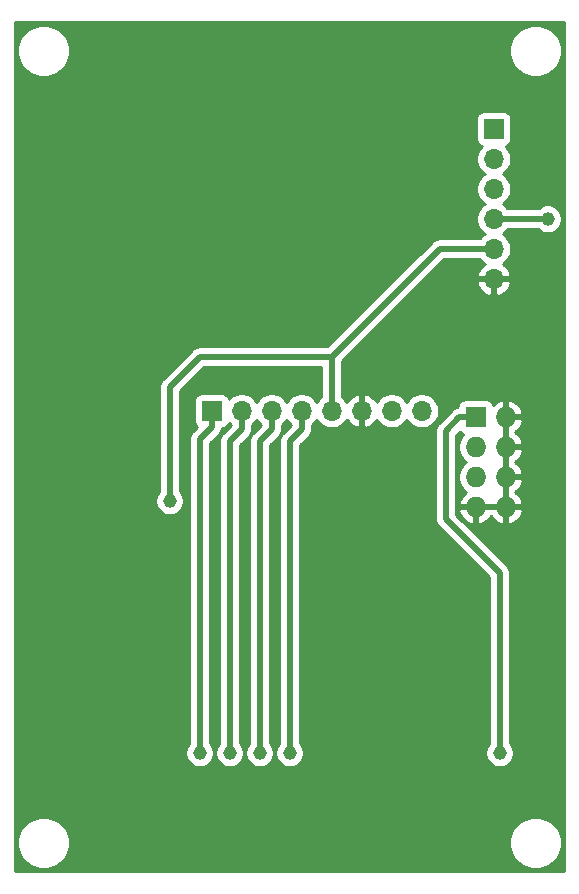
<source format=gbl>
G04 #@! TF.GenerationSoftware,KiCad,Pcbnew,(5.1.5)-3*
G04 #@! TF.CreationDate,2020-06-18T13:30:01-07:00*
G04 #@! TF.ProjectId,Plug_Pass_arduino_shield,506c7567-5f50-4617-9373-5f6172647569,v2.0*
G04 #@! TF.SameCoordinates,Original*
G04 #@! TF.FileFunction,Copper,L2,Bot*
G04 #@! TF.FilePolarity,Positive*
%FSLAX46Y46*%
G04 Gerber Fmt 4.6, Leading zero omitted, Abs format (unit mm)*
G04 Created by KiCad (PCBNEW (5.1.5)-3) date 2020-06-18 13:30:01*
%MOMM*%
%LPD*%
G04 APERTURE LIST*
%ADD10O,1.727200X1.727200*%
%ADD11R,1.727200X1.727200*%
%ADD12R,1.700000X1.700000*%
%ADD13O,1.700000X1.700000*%
%ADD14C,1.160000*%
%ADD15C,0.508000*%
%ADD16C,0.254000*%
G04 APERTURE END LIST*
D10*
X122428000Y-101092000D03*
X119888000Y-101092000D03*
X122428000Y-98552000D03*
X119888000Y-98552000D03*
X122428000Y-96012000D03*
X119888000Y-96012000D03*
X122428000Y-93472000D03*
D11*
X119888000Y-93472000D03*
D12*
X97536000Y-92964000D03*
D13*
X100076000Y-92964000D03*
X102616000Y-92964000D03*
X105156000Y-92964000D03*
X107696000Y-92964000D03*
X110236000Y-92964000D03*
X112776000Y-92964000D03*
X115316000Y-92964000D03*
X121412000Y-81788000D03*
X121412000Y-79248000D03*
X121412000Y-76708000D03*
X121412000Y-74168000D03*
X121412000Y-71628000D03*
D12*
X121412000Y-69088000D03*
D14*
X96520000Y-121920000D03*
X99060000Y-121920000D03*
X101600000Y-121920000D03*
X125984000Y-76708000D03*
X104140000Y-121920000D03*
X93980000Y-100584000D03*
X121920000Y-121920000D03*
D15*
X97536000Y-94322000D02*
X96520000Y-95338000D01*
X97536000Y-92964000D02*
X97536000Y-94322000D01*
X96520000Y-95338000D02*
X96520000Y-121920000D01*
X96520000Y-121920000D02*
X96520000Y-121920000D01*
X100076000Y-92964000D02*
X100076000Y-94488000D01*
X100076000Y-94488000D02*
X99060000Y-95504000D01*
X99060000Y-95504000D02*
X99060000Y-121920000D01*
X99060000Y-121920000D02*
X99060000Y-121920000D01*
X102616000Y-92964000D02*
X102616000Y-94488000D01*
X102616000Y-94488000D02*
X101600000Y-95504000D01*
X101600000Y-95504000D02*
X101600000Y-121920000D01*
X101600000Y-121920000D02*
X101600000Y-121920000D01*
X125984000Y-76708000D02*
X125984000Y-76708000D01*
X125984000Y-76708000D02*
X121412000Y-76708000D01*
X105156000Y-92964000D02*
X105156000Y-94488000D01*
X105156000Y-94488000D02*
X104140000Y-95504000D01*
X104140000Y-95504000D02*
X104140000Y-121920000D01*
X104140000Y-121920000D02*
X104140000Y-121920000D01*
X116840000Y-79248000D02*
X121412000Y-79248000D01*
X107696000Y-92964000D02*
X107696000Y-88392000D01*
X107696000Y-88392000D02*
X116840000Y-79248000D01*
X96520000Y-88392000D02*
X107696000Y-88392000D01*
X93980000Y-100584000D02*
X93980000Y-90932000D01*
X93980000Y-90932000D02*
X96520000Y-88392000D01*
X121920000Y-106680000D02*
X117348000Y-102108000D01*
X118516400Y-93472000D02*
X119888000Y-93472000D01*
X117348000Y-94640400D02*
X118516400Y-93472000D01*
X117348000Y-102108000D02*
X117348000Y-94640400D01*
X121920000Y-121920000D02*
X121920000Y-106680000D01*
D16*
G36*
X127368301Y-131940300D02*
G01*
X80911700Y-131940300D01*
X80911700Y-129321520D01*
X81093733Y-129321520D01*
X81093733Y-129758480D01*
X81178980Y-130187045D01*
X81346198Y-130590743D01*
X81588960Y-130954063D01*
X81897937Y-131263040D01*
X82261257Y-131505802D01*
X82664955Y-131673020D01*
X83093520Y-131758267D01*
X83530480Y-131758267D01*
X83959045Y-131673020D01*
X84362743Y-131505802D01*
X84726063Y-131263040D01*
X85035040Y-130954063D01*
X85277802Y-130590743D01*
X85445020Y-130187045D01*
X85530267Y-129758480D01*
X85530267Y-129321520D01*
X122749733Y-129321520D01*
X122749733Y-129758480D01*
X122834980Y-130187045D01*
X123002198Y-130590743D01*
X123244960Y-130954063D01*
X123553937Y-131263040D01*
X123917257Y-131505802D01*
X124320955Y-131673020D01*
X124749520Y-131758267D01*
X125186480Y-131758267D01*
X125615045Y-131673020D01*
X126018743Y-131505802D01*
X126382063Y-131263040D01*
X126691040Y-130954063D01*
X126933802Y-130590743D01*
X127101020Y-130187045D01*
X127186267Y-129758480D01*
X127186267Y-129321520D01*
X127101020Y-128892955D01*
X126933802Y-128489257D01*
X126691040Y-128125937D01*
X126382063Y-127816960D01*
X126018743Y-127574198D01*
X125615045Y-127406980D01*
X125186480Y-127321733D01*
X124749520Y-127321733D01*
X124320955Y-127406980D01*
X123917257Y-127574198D01*
X123553937Y-127816960D01*
X123244960Y-128125937D01*
X123002198Y-128489257D01*
X122834980Y-128892955D01*
X122749733Y-129321520D01*
X85530267Y-129321520D01*
X85445020Y-128892955D01*
X85277802Y-128489257D01*
X85035040Y-128125937D01*
X84726063Y-127816960D01*
X84362743Y-127574198D01*
X83959045Y-127406980D01*
X83530480Y-127321733D01*
X83093520Y-127321733D01*
X82664955Y-127406980D01*
X82261257Y-127574198D01*
X81897937Y-127816960D01*
X81588960Y-128125937D01*
X81346198Y-128489257D01*
X81178980Y-128892955D01*
X81093733Y-129321520D01*
X80911700Y-129321520D01*
X80911700Y-100464333D01*
X92765000Y-100464333D01*
X92765000Y-100703667D01*
X92811692Y-100938402D01*
X92903281Y-101159518D01*
X93036248Y-101358517D01*
X93205483Y-101527752D01*
X93404482Y-101660719D01*
X93625598Y-101752308D01*
X93860333Y-101799000D01*
X94099667Y-101799000D01*
X94334402Y-101752308D01*
X94555518Y-101660719D01*
X94754517Y-101527752D01*
X94923752Y-101358517D01*
X95056719Y-101159518D01*
X95148308Y-100938402D01*
X95195000Y-100703667D01*
X95195000Y-100464333D01*
X95148308Y-100229598D01*
X95056719Y-100008482D01*
X94923752Y-99809483D01*
X94869000Y-99754731D01*
X94869000Y-91300235D01*
X96888236Y-89281000D01*
X106807001Y-89281000D01*
X106807000Y-91772016D01*
X106749368Y-91810525D01*
X106542525Y-92017368D01*
X106426000Y-92191760D01*
X106309475Y-92017368D01*
X106102632Y-91810525D01*
X105859411Y-91648010D01*
X105589158Y-91536068D01*
X105302260Y-91479000D01*
X105009740Y-91479000D01*
X104722842Y-91536068D01*
X104452589Y-91648010D01*
X104209368Y-91810525D01*
X104002525Y-92017368D01*
X103886000Y-92191760D01*
X103769475Y-92017368D01*
X103562632Y-91810525D01*
X103319411Y-91648010D01*
X103049158Y-91536068D01*
X102762260Y-91479000D01*
X102469740Y-91479000D01*
X102182842Y-91536068D01*
X101912589Y-91648010D01*
X101669368Y-91810525D01*
X101462525Y-92017368D01*
X101346000Y-92191760D01*
X101229475Y-92017368D01*
X101022632Y-91810525D01*
X100779411Y-91648010D01*
X100509158Y-91536068D01*
X100222260Y-91479000D01*
X99929740Y-91479000D01*
X99642842Y-91536068D01*
X99372589Y-91648010D01*
X99129368Y-91810525D01*
X98997513Y-91942380D01*
X98975502Y-91869820D01*
X98916537Y-91759506D01*
X98837185Y-91662815D01*
X98740494Y-91583463D01*
X98630180Y-91524498D01*
X98510482Y-91488188D01*
X98386000Y-91475928D01*
X96686000Y-91475928D01*
X96561518Y-91488188D01*
X96441820Y-91524498D01*
X96331506Y-91583463D01*
X96234815Y-91662815D01*
X96155463Y-91759506D01*
X96096498Y-91869820D01*
X96060188Y-91989518D01*
X96047928Y-92114000D01*
X96047928Y-93814000D01*
X96060188Y-93938482D01*
X96096498Y-94058180D01*
X96155463Y-94168494D01*
X96234815Y-94265185D01*
X96290160Y-94310605D01*
X95922264Y-94678501D01*
X95888341Y-94706341D01*
X95777247Y-94841710D01*
X95694697Y-94996150D01*
X95676330Y-95056698D01*
X95644343Y-95162149D01*
X95643864Y-95163727D01*
X95631000Y-95294334D01*
X95631000Y-95294340D01*
X95626700Y-95338000D01*
X95631000Y-95381660D01*
X95631001Y-121090730D01*
X95576248Y-121145483D01*
X95443281Y-121344482D01*
X95351692Y-121565598D01*
X95305000Y-121800333D01*
X95305000Y-122039667D01*
X95351692Y-122274402D01*
X95443281Y-122495518D01*
X95576248Y-122694517D01*
X95745483Y-122863752D01*
X95944482Y-122996719D01*
X96165598Y-123088308D01*
X96400333Y-123135000D01*
X96639667Y-123135000D01*
X96874402Y-123088308D01*
X97095518Y-122996719D01*
X97294517Y-122863752D01*
X97463752Y-122694517D01*
X97596719Y-122495518D01*
X97688308Y-122274402D01*
X97735000Y-122039667D01*
X97735000Y-121800333D01*
X97688308Y-121565598D01*
X97596719Y-121344482D01*
X97463752Y-121145483D01*
X97409000Y-121090731D01*
X97409000Y-95706235D01*
X98133741Y-94981495D01*
X98167659Y-94953659D01*
X98206559Y-94906260D01*
X98278752Y-94818292D01*
X98285075Y-94806464D01*
X98350642Y-94683796D01*
X98361302Y-94663853D01*
X98368417Y-94640400D01*
X98412136Y-94496274D01*
X98416788Y-94449040D01*
X98510482Y-94439812D01*
X98630180Y-94403502D01*
X98740494Y-94344537D01*
X98837185Y-94265185D01*
X98916537Y-94168494D01*
X98975502Y-94058180D01*
X98997513Y-93985620D01*
X99129368Y-94117475D01*
X99165288Y-94141476D01*
X98462264Y-94844501D01*
X98428341Y-94872341D01*
X98317247Y-95007710D01*
X98234697Y-95162150D01*
X98183864Y-95329727D01*
X98171000Y-95460334D01*
X98171000Y-95460340D01*
X98166700Y-95504000D01*
X98171000Y-95547660D01*
X98171001Y-121090730D01*
X98116248Y-121145483D01*
X97983281Y-121344482D01*
X97891692Y-121565598D01*
X97845000Y-121800333D01*
X97845000Y-122039667D01*
X97891692Y-122274402D01*
X97983281Y-122495518D01*
X98116248Y-122694517D01*
X98285483Y-122863752D01*
X98484482Y-122996719D01*
X98705598Y-123088308D01*
X98940333Y-123135000D01*
X99179667Y-123135000D01*
X99414402Y-123088308D01*
X99635518Y-122996719D01*
X99834517Y-122863752D01*
X100003752Y-122694517D01*
X100136719Y-122495518D01*
X100228308Y-122274402D01*
X100275000Y-122039667D01*
X100275000Y-121800333D01*
X100228308Y-121565598D01*
X100136719Y-121344482D01*
X100003752Y-121145483D01*
X99949000Y-121090731D01*
X99949000Y-95872235D01*
X100673741Y-95147495D01*
X100707659Y-95119659D01*
X100818753Y-94984291D01*
X100901303Y-94829851D01*
X100943697Y-94690094D01*
X100952136Y-94662275D01*
X100958591Y-94596733D01*
X100965000Y-94531667D01*
X100965000Y-94531660D01*
X100969300Y-94488000D01*
X100965000Y-94444340D01*
X100965000Y-94155983D01*
X101022632Y-94117475D01*
X101229475Y-93910632D01*
X101346000Y-93736240D01*
X101462525Y-93910632D01*
X101669368Y-94117475D01*
X101705288Y-94141476D01*
X101002264Y-94844501D01*
X100968341Y-94872341D01*
X100857247Y-95007710D01*
X100774697Y-95162150D01*
X100723864Y-95329727D01*
X100711000Y-95460334D01*
X100711000Y-95460340D01*
X100706700Y-95504000D01*
X100711000Y-95547660D01*
X100711001Y-121090730D01*
X100656248Y-121145483D01*
X100523281Y-121344482D01*
X100431692Y-121565598D01*
X100385000Y-121800333D01*
X100385000Y-122039667D01*
X100431692Y-122274402D01*
X100523281Y-122495518D01*
X100656248Y-122694517D01*
X100825483Y-122863752D01*
X101024482Y-122996719D01*
X101245598Y-123088308D01*
X101480333Y-123135000D01*
X101719667Y-123135000D01*
X101954402Y-123088308D01*
X102175518Y-122996719D01*
X102374517Y-122863752D01*
X102543752Y-122694517D01*
X102676719Y-122495518D01*
X102768308Y-122274402D01*
X102815000Y-122039667D01*
X102815000Y-121800333D01*
X102768308Y-121565598D01*
X102676719Y-121344482D01*
X102543752Y-121145483D01*
X102489000Y-121090731D01*
X102489000Y-95872235D01*
X103213741Y-95147495D01*
X103247659Y-95119659D01*
X103358753Y-94984291D01*
X103441303Y-94829851D01*
X103483697Y-94690094D01*
X103492136Y-94662275D01*
X103498591Y-94596733D01*
X103505000Y-94531667D01*
X103505000Y-94531660D01*
X103509300Y-94488000D01*
X103505000Y-94444340D01*
X103505000Y-94155983D01*
X103562632Y-94117475D01*
X103769475Y-93910632D01*
X103886000Y-93736240D01*
X104002525Y-93910632D01*
X104209368Y-94117475D01*
X104245288Y-94141476D01*
X103542264Y-94844501D01*
X103508341Y-94872341D01*
X103397247Y-95007710D01*
X103314697Y-95162150D01*
X103263864Y-95329727D01*
X103251000Y-95460334D01*
X103251000Y-95460340D01*
X103246700Y-95504000D01*
X103251000Y-95547660D01*
X103251001Y-121090730D01*
X103196248Y-121145483D01*
X103063281Y-121344482D01*
X102971692Y-121565598D01*
X102925000Y-121800333D01*
X102925000Y-122039667D01*
X102971692Y-122274402D01*
X103063281Y-122495518D01*
X103196248Y-122694517D01*
X103365483Y-122863752D01*
X103564482Y-122996719D01*
X103785598Y-123088308D01*
X104020333Y-123135000D01*
X104259667Y-123135000D01*
X104494402Y-123088308D01*
X104715518Y-122996719D01*
X104914517Y-122863752D01*
X105083752Y-122694517D01*
X105216719Y-122495518D01*
X105308308Y-122274402D01*
X105355000Y-122039667D01*
X105355000Y-121800333D01*
X105308308Y-121565598D01*
X105216719Y-121344482D01*
X105083752Y-121145483D01*
X105029000Y-121090731D01*
X105029000Y-95872235D01*
X105753741Y-95147495D01*
X105787659Y-95119659D01*
X105898753Y-94984291D01*
X105981303Y-94829851D01*
X106023697Y-94690094D01*
X106032136Y-94662275D01*
X106034290Y-94640400D01*
X116454700Y-94640400D01*
X116459001Y-94684070D01*
X116459000Y-102064340D01*
X116454700Y-102108000D01*
X116459000Y-102151660D01*
X116459000Y-102151666D01*
X116471864Y-102282273D01*
X116522697Y-102449850D01*
X116605247Y-102604290D01*
X116716341Y-102739659D01*
X116750264Y-102767499D01*
X121031001Y-107048236D01*
X121031000Y-121090731D01*
X120976248Y-121145483D01*
X120843281Y-121344482D01*
X120751692Y-121565598D01*
X120705000Y-121800333D01*
X120705000Y-122039667D01*
X120751692Y-122274402D01*
X120843281Y-122495518D01*
X120976248Y-122694517D01*
X121145483Y-122863752D01*
X121344482Y-122996719D01*
X121565598Y-123088308D01*
X121800333Y-123135000D01*
X122039667Y-123135000D01*
X122274402Y-123088308D01*
X122495518Y-122996719D01*
X122694517Y-122863752D01*
X122863752Y-122694517D01*
X122996719Y-122495518D01*
X123088308Y-122274402D01*
X123135000Y-122039667D01*
X123135000Y-121800333D01*
X123088308Y-121565598D01*
X122996719Y-121344482D01*
X122863752Y-121145483D01*
X122809000Y-121090731D01*
X122809000Y-106723659D01*
X122813300Y-106679999D01*
X122809000Y-106636339D01*
X122809000Y-106636333D01*
X122796136Y-106505726D01*
X122796136Y-106505724D01*
X122745302Y-106338147D01*
X122741589Y-106331200D01*
X122662753Y-106183709D01*
X122551659Y-106048341D01*
X122517736Y-106020501D01*
X118237000Y-101739765D01*
X118237000Y-101451026D01*
X118433042Y-101451026D01*
X118478778Y-101601814D01*
X118605316Y-101866944D01*
X118781146Y-102102293D01*
X118999512Y-102298817D01*
X119252022Y-102448964D01*
X119528973Y-102546963D01*
X119761000Y-102426464D01*
X119761000Y-101219000D01*
X120015000Y-101219000D01*
X120015000Y-102426464D01*
X120247027Y-102546963D01*
X120523978Y-102448964D01*
X120776488Y-102298817D01*
X120994854Y-102102293D01*
X121158000Y-101883922D01*
X121321146Y-102102293D01*
X121539512Y-102298817D01*
X121792022Y-102448964D01*
X122068973Y-102546963D01*
X122301000Y-102426464D01*
X122301000Y-101219000D01*
X122555000Y-101219000D01*
X122555000Y-102426464D01*
X122787027Y-102546963D01*
X123063978Y-102448964D01*
X123316488Y-102298817D01*
X123534854Y-102102293D01*
X123710684Y-101866944D01*
X123837222Y-101601814D01*
X123882958Y-101451026D01*
X123761817Y-101219000D01*
X122555000Y-101219000D01*
X122301000Y-101219000D01*
X120015000Y-101219000D01*
X119761000Y-101219000D01*
X118554183Y-101219000D01*
X118433042Y-101451026D01*
X118237000Y-101451026D01*
X118237000Y-95008635D01*
X118521665Y-94723971D01*
X118573215Y-94786785D01*
X118669906Y-94866137D01*
X118780220Y-94925102D01*
X118838023Y-94942636D01*
X118723961Y-95056698D01*
X118559958Y-95302147D01*
X118446990Y-95574875D01*
X118389400Y-95864401D01*
X118389400Y-96159599D01*
X118446990Y-96449125D01*
X118559958Y-96721853D01*
X118723961Y-96967302D01*
X118932698Y-97176039D01*
X119091281Y-97282000D01*
X118932698Y-97387961D01*
X118723961Y-97596698D01*
X118559958Y-97842147D01*
X118446990Y-98114875D01*
X118389400Y-98404401D01*
X118389400Y-98699599D01*
X118446990Y-98989125D01*
X118559958Y-99261853D01*
X118723961Y-99507302D01*
X118932698Y-99716039D01*
X119098103Y-99826559D01*
X118999512Y-99885183D01*
X118781146Y-100081707D01*
X118605316Y-100317056D01*
X118478778Y-100582186D01*
X118433042Y-100732974D01*
X118554183Y-100965000D01*
X119761000Y-100965000D01*
X119761000Y-100945000D01*
X120015000Y-100945000D01*
X120015000Y-100965000D01*
X122301000Y-100965000D01*
X122301000Y-98679000D01*
X122555000Y-98679000D01*
X122555000Y-100965000D01*
X123761817Y-100965000D01*
X123882958Y-100732974D01*
X123837222Y-100582186D01*
X123710684Y-100317056D01*
X123534854Y-100081707D01*
X123316488Y-99885183D01*
X123210230Y-99822000D01*
X123316488Y-99758817D01*
X123534854Y-99562293D01*
X123710684Y-99326944D01*
X123837222Y-99061814D01*
X123882958Y-98911026D01*
X123761817Y-98679000D01*
X122555000Y-98679000D01*
X122301000Y-98679000D01*
X122281000Y-98679000D01*
X122281000Y-98425000D01*
X122301000Y-98425000D01*
X122301000Y-96139000D01*
X122555000Y-96139000D01*
X122555000Y-98425000D01*
X123761817Y-98425000D01*
X123882958Y-98192974D01*
X123837222Y-98042186D01*
X123710684Y-97777056D01*
X123534854Y-97541707D01*
X123316488Y-97345183D01*
X123210230Y-97282000D01*
X123316488Y-97218817D01*
X123534854Y-97022293D01*
X123710684Y-96786944D01*
X123837222Y-96521814D01*
X123882958Y-96371026D01*
X123761817Y-96139000D01*
X122555000Y-96139000D01*
X122301000Y-96139000D01*
X122281000Y-96139000D01*
X122281000Y-95885000D01*
X122301000Y-95885000D01*
X122301000Y-93599000D01*
X122555000Y-93599000D01*
X122555000Y-95885000D01*
X123761817Y-95885000D01*
X123882958Y-95652974D01*
X123837222Y-95502186D01*
X123710684Y-95237056D01*
X123534854Y-95001707D01*
X123316488Y-94805183D01*
X123210230Y-94742000D01*
X123316488Y-94678817D01*
X123534854Y-94482293D01*
X123710684Y-94246944D01*
X123837222Y-93981814D01*
X123882958Y-93831026D01*
X123761817Y-93599000D01*
X122555000Y-93599000D01*
X122301000Y-93599000D01*
X122281000Y-93599000D01*
X122281000Y-93345000D01*
X122301000Y-93345000D01*
X122301000Y-92137536D01*
X122555000Y-92137536D01*
X122555000Y-93345000D01*
X123761817Y-93345000D01*
X123882958Y-93112974D01*
X123837222Y-92962186D01*
X123710684Y-92697056D01*
X123534854Y-92461707D01*
X123316488Y-92265183D01*
X123063978Y-92115036D01*
X122787027Y-92017037D01*
X122555000Y-92137536D01*
X122301000Y-92137536D01*
X122068973Y-92017037D01*
X121792022Y-92115036D01*
X121539512Y-92265183D01*
X121360053Y-92426692D01*
X121341102Y-92364220D01*
X121282137Y-92253906D01*
X121202785Y-92157215D01*
X121106094Y-92077863D01*
X120995780Y-92018898D01*
X120876082Y-91982588D01*
X120751600Y-91970328D01*
X119024400Y-91970328D01*
X118899918Y-91982588D01*
X118780220Y-92018898D01*
X118669906Y-92077863D01*
X118573215Y-92157215D01*
X118493863Y-92253906D01*
X118434898Y-92364220D01*
X118398588Y-92483918D01*
X118388008Y-92591345D01*
X118375324Y-92592594D01*
X118342124Y-92595864D01*
X118255474Y-92622149D01*
X118174549Y-92646697D01*
X118020109Y-92729247D01*
X117884741Y-92840341D01*
X117856905Y-92874259D01*
X116750259Y-93980906D01*
X116716342Y-94008741D01*
X116688507Y-94042658D01*
X116688505Y-94042660D01*
X116605248Y-94144109D01*
X116522698Y-94298548D01*
X116471864Y-94466126D01*
X116454700Y-94640400D01*
X106034290Y-94640400D01*
X106038591Y-94596733D01*
X106045000Y-94531667D01*
X106045000Y-94531660D01*
X106049300Y-94488000D01*
X106045000Y-94444340D01*
X106045000Y-94155983D01*
X106102632Y-94117475D01*
X106309475Y-93910632D01*
X106426000Y-93736240D01*
X106542525Y-93910632D01*
X106749368Y-94117475D01*
X106992589Y-94279990D01*
X107262842Y-94391932D01*
X107549740Y-94449000D01*
X107842260Y-94449000D01*
X108129158Y-94391932D01*
X108399411Y-94279990D01*
X108642632Y-94117475D01*
X108849475Y-93910632D01*
X108971195Y-93728466D01*
X109040822Y-93845355D01*
X109235731Y-94061588D01*
X109469080Y-94235641D01*
X109731901Y-94360825D01*
X109879110Y-94405476D01*
X110109000Y-94284155D01*
X110109000Y-93091000D01*
X110089000Y-93091000D01*
X110089000Y-92837000D01*
X110109000Y-92837000D01*
X110109000Y-91643845D01*
X110363000Y-91643845D01*
X110363000Y-92837000D01*
X110383000Y-92837000D01*
X110383000Y-93091000D01*
X110363000Y-93091000D01*
X110363000Y-94284155D01*
X110592890Y-94405476D01*
X110740099Y-94360825D01*
X111002920Y-94235641D01*
X111236269Y-94061588D01*
X111431178Y-93845355D01*
X111500805Y-93728466D01*
X111622525Y-93910632D01*
X111829368Y-94117475D01*
X112072589Y-94279990D01*
X112342842Y-94391932D01*
X112629740Y-94449000D01*
X112922260Y-94449000D01*
X113209158Y-94391932D01*
X113479411Y-94279990D01*
X113722632Y-94117475D01*
X113929475Y-93910632D01*
X114046000Y-93736240D01*
X114162525Y-93910632D01*
X114369368Y-94117475D01*
X114612589Y-94279990D01*
X114882842Y-94391932D01*
X115169740Y-94449000D01*
X115462260Y-94449000D01*
X115749158Y-94391932D01*
X116019411Y-94279990D01*
X116262632Y-94117475D01*
X116469475Y-93910632D01*
X116631990Y-93667411D01*
X116743932Y-93397158D01*
X116801000Y-93110260D01*
X116801000Y-92817740D01*
X116743932Y-92530842D01*
X116631990Y-92260589D01*
X116469475Y-92017368D01*
X116262632Y-91810525D01*
X116019411Y-91648010D01*
X115749158Y-91536068D01*
X115462260Y-91479000D01*
X115169740Y-91479000D01*
X114882842Y-91536068D01*
X114612589Y-91648010D01*
X114369368Y-91810525D01*
X114162525Y-92017368D01*
X114046000Y-92191760D01*
X113929475Y-92017368D01*
X113722632Y-91810525D01*
X113479411Y-91648010D01*
X113209158Y-91536068D01*
X112922260Y-91479000D01*
X112629740Y-91479000D01*
X112342842Y-91536068D01*
X112072589Y-91648010D01*
X111829368Y-91810525D01*
X111622525Y-92017368D01*
X111500805Y-92199534D01*
X111431178Y-92082645D01*
X111236269Y-91866412D01*
X111002920Y-91692359D01*
X110740099Y-91567175D01*
X110592890Y-91522524D01*
X110363000Y-91643845D01*
X110109000Y-91643845D01*
X109879110Y-91522524D01*
X109731901Y-91567175D01*
X109469080Y-91692359D01*
X109235731Y-91866412D01*
X109040822Y-92082645D01*
X108971195Y-92199534D01*
X108849475Y-92017368D01*
X108642632Y-91810525D01*
X108585000Y-91772017D01*
X108585000Y-88760235D01*
X115200345Y-82144890D01*
X119970524Y-82144890D01*
X120015175Y-82292099D01*
X120140359Y-82554920D01*
X120314412Y-82788269D01*
X120530645Y-82983178D01*
X120780748Y-83132157D01*
X121055109Y-83229481D01*
X121285000Y-83108814D01*
X121285000Y-81915000D01*
X121539000Y-81915000D01*
X121539000Y-83108814D01*
X121768891Y-83229481D01*
X122043252Y-83132157D01*
X122293355Y-82983178D01*
X122509588Y-82788269D01*
X122683641Y-82554920D01*
X122808825Y-82292099D01*
X122853476Y-82144890D01*
X122732155Y-81915000D01*
X121539000Y-81915000D01*
X121285000Y-81915000D01*
X120091845Y-81915000D01*
X119970524Y-82144890D01*
X115200345Y-82144890D01*
X117208236Y-80137000D01*
X120220017Y-80137000D01*
X120258525Y-80194632D01*
X120465368Y-80401475D01*
X120647534Y-80523195D01*
X120530645Y-80592822D01*
X120314412Y-80787731D01*
X120140359Y-81021080D01*
X120015175Y-81283901D01*
X119970524Y-81431110D01*
X120091845Y-81661000D01*
X121285000Y-81661000D01*
X121285000Y-81641000D01*
X121539000Y-81641000D01*
X121539000Y-81661000D01*
X122732155Y-81661000D01*
X122853476Y-81431110D01*
X122808825Y-81283901D01*
X122683641Y-81021080D01*
X122509588Y-80787731D01*
X122293355Y-80592822D01*
X122176466Y-80523195D01*
X122358632Y-80401475D01*
X122565475Y-80194632D01*
X122727990Y-79951411D01*
X122839932Y-79681158D01*
X122897000Y-79394260D01*
X122897000Y-79101740D01*
X122839932Y-78814842D01*
X122727990Y-78544589D01*
X122565475Y-78301368D01*
X122358632Y-78094525D01*
X122184240Y-77978000D01*
X122358632Y-77861475D01*
X122565475Y-77654632D01*
X122603983Y-77597000D01*
X125154731Y-77597000D01*
X125209483Y-77651752D01*
X125408482Y-77784719D01*
X125629598Y-77876308D01*
X125864333Y-77923000D01*
X126103667Y-77923000D01*
X126338402Y-77876308D01*
X126559518Y-77784719D01*
X126758517Y-77651752D01*
X126927752Y-77482517D01*
X127060719Y-77283518D01*
X127152308Y-77062402D01*
X127199000Y-76827667D01*
X127199000Y-76588333D01*
X127152308Y-76353598D01*
X127060719Y-76132482D01*
X126927752Y-75933483D01*
X126758517Y-75764248D01*
X126559518Y-75631281D01*
X126338402Y-75539692D01*
X126103667Y-75493000D01*
X125864333Y-75493000D01*
X125629598Y-75539692D01*
X125408482Y-75631281D01*
X125209483Y-75764248D01*
X125154731Y-75819000D01*
X122603983Y-75819000D01*
X122565475Y-75761368D01*
X122358632Y-75554525D01*
X122184240Y-75438000D01*
X122358632Y-75321475D01*
X122565475Y-75114632D01*
X122727990Y-74871411D01*
X122839932Y-74601158D01*
X122897000Y-74314260D01*
X122897000Y-74021740D01*
X122839932Y-73734842D01*
X122727990Y-73464589D01*
X122565475Y-73221368D01*
X122358632Y-73014525D01*
X122184240Y-72898000D01*
X122358632Y-72781475D01*
X122565475Y-72574632D01*
X122727990Y-72331411D01*
X122839932Y-72061158D01*
X122897000Y-71774260D01*
X122897000Y-71481740D01*
X122839932Y-71194842D01*
X122727990Y-70924589D01*
X122565475Y-70681368D01*
X122433620Y-70549513D01*
X122506180Y-70527502D01*
X122616494Y-70468537D01*
X122713185Y-70389185D01*
X122792537Y-70292494D01*
X122851502Y-70182180D01*
X122887812Y-70062482D01*
X122900072Y-69938000D01*
X122900072Y-68238000D01*
X122887812Y-68113518D01*
X122851502Y-67993820D01*
X122792537Y-67883506D01*
X122713185Y-67786815D01*
X122616494Y-67707463D01*
X122506180Y-67648498D01*
X122386482Y-67612188D01*
X122262000Y-67599928D01*
X120562000Y-67599928D01*
X120437518Y-67612188D01*
X120317820Y-67648498D01*
X120207506Y-67707463D01*
X120110815Y-67786815D01*
X120031463Y-67883506D01*
X119972498Y-67993820D01*
X119936188Y-68113518D01*
X119923928Y-68238000D01*
X119923928Y-69938000D01*
X119936188Y-70062482D01*
X119972498Y-70182180D01*
X120031463Y-70292494D01*
X120110815Y-70389185D01*
X120207506Y-70468537D01*
X120317820Y-70527502D01*
X120390380Y-70549513D01*
X120258525Y-70681368D01*
X120096010Y-70924589D01*
X119984068Y-71194842D01*
X119927000Y-71481740D01*
X119927000Y-71774260D01*
X119984068Y-72061158D01*
X120096010Y-72331411D01*
X120258525Y-72574632D01*
X120465368Y-72781475D01*
X120639760Y-72898000D01*
X120465368Y-73014525D01*
X120258525Y-73221368D01*
X120096010Y-73464589D01*
X119984068Y-73734842D01*
X119927000Y-74021740D01*
X119927000Y-74314260D01*
X119984068Y-74601158D01*
X120096010Y-74871411D01*
X120258525Y-75114632D01*
X120465368Y-75321475D01*
X120639760Y-75438000D01*
X120465368Y-75554525D01*
X120258525Y-75761368D01*
X120096010Y-76004589D01*
X119984068Y-76274842D01*
X119927000Y-76561740D01*
X119927000Y-76854260D01*
X119984068Y-77141158D01*
X120096010Y-77411411D01*
X120258525Y-77654632D01*
X120465368Y-77861475D01*
X120639760Y-77978000D01*
X120465368Y-78094525D01*
X120258525Y-78301368D01*
X120220017Y-78359000D01*
X116883660Y-78359000D01*
X116840000Y-78354700D01*
X116796340Y-78359000D01*
X116796333Y-78359000D01*
X116682325Y-78370229D01*
X116665725Y-78371864D01*
X116592758Y-78393998D01*
X116498149Y-78422697D01*
X116343709Y-78505247D01*
X116208341Y-78616341D01*
X116180506Y-78650258D01*
X107327765Y-87503000D01*
X96563659Y-87503000D01*
X96519999Y-87498700D01*
X96476339Y-87503000D01*
X96476333Y-87503000D01*
X96378924Y-87512594D01*
X96345724Y-87515864D01*
X96244058Y-87546704D01*
X96178149Y-87566697D01*
X96023709Y-87649247D01*
X95888341Y-87760341D01*
X95860506Y-87794258D01*
X93382259Y-90272506D01*
X93348342Y-90300341D01*
X93320507Y-90334258D01*
X93320505Y-90334260D01*
X93237248Y-90435709D01*
X93154698Y-90590148D01*
X93103864Y-90757726D01*
X93086700Y-90932000D01*
X93091001Y-90975670D01*
X93091000Y-99754731D01*
X93036248Y-99809483D01*
X92903281Y-100008482D01*
X92811692Y-100229598D01*
X92765000Y-100464333D01*
X80911700Y-100464333D01*
X80911700Y-62265520D01*
X81093733Y-62265520D01*
X81093733Y-62702480D01*
X81178980Y-63131045D01*
X81346198Y-63534743D01*
X81588960Y-63898063D01*
X81897937Y-64207040D01*
X82261257Y-64449802D01*
X82664955Y-64617020D01*
X83093520Y-64702267D01*
X83530480Y-64702267D01*
X83959045Y-64617020D01*
X84362743Y-64449802D01*
X84726063Y-64207040D01*
X85035040Y-63898063D01*
X85277802Y-63534743D01*
X85445020Y-63131045D01*
X85530267Y-62702480D01*
X85530267Y-62265520D01*
X122749733Y-62265520D01*
X122749733Y-62702480D01*
X122834980Y-63131045D01*
X123002198Y-63534743D01*
X123244960Y-63898063D01*
X123553937Y-64207040D01*
X123917257Y-64449802D01*
X124320955Y-64617020D01*
X124749520Y-64702267D01*
X125186480Y-64702267D01*
X125615045Y-64617020D01*
X126018743Y-64449802D01*
X126382063Y-64207040D01*
X126691040Y-63898063D01*
X126933802Y-63534743D01*
X127101020Y-63131045D01*
X127186267Y-62702480D01*
X127186267Y-62265520D01*
X127101020Y-61836955D01*
X126933802Y-61433257D01*
X126691040Y-61069937D01*
X126382063Y-60760960D01*
X126018743Y-60518198D01*
X125615045Y-60350980D01*
X125186480Y-60265733D01*
X124749520Y-60265733D01*
X124320955Y-60350980D01*
X123917257Y-60518198D01*
X123553937Y-60760960D01*
X123244960Y-61069937D01*
X123002198Y-61433257D01*
X122834980Y-61836955D01*
X122749733Y-62265520D01*
X85530267Y-62265520D01*
X85445020Y-61836955D01*
X85277802Y-61433257D01*
X85035040Y-61069937D01*
X84726063Y-60760960D01*
X84362743Y-60518198D01*
X83959045Y-60350980D01*
X83530480Y-60265733D01*
X83093520Y-60265733D01*
X82664955Y-60350980D01*
X82261257Y-60518198D01*
X81897937Y-60760960D01*
X81588960Y-61069937D01*
X81346198Y-61433257D01*
X81178980Y-61836955D01*
X81093733Y-62265520D01*
X80911700Y-62265520D01*
X80911700Y-60083700D01*
X127368300Y-60083700D01*
X127368301Y-131940300D01*
G37*
X127368301Y-131940300D02*
X80911700Y-131940300D01*
X80911700Y-129321520D01*
X81093733Y-129321520D01*
X81093733Y-129758480D01*
X81178980Y-130187045D01*
X81346198Y-130590743D01*
X81588960Y-130954063D01*
X81897937Y-131263040D01*
X82261257Y-131505802D01*
X82664955Y-131673020D01*
X83093520Y-131758267D01*
X83530480Y-131758267D01*
X83959045Y-131673020D01*
X84362743Y-131505802D01*
X84726063Y-131263040D01*
X85035040Y-130954063D01*
X85277802Y-130590743D01*
X85445020Y-130187045D01*
X85530267Y-129758480D01*
X85530267Y-129321520D01*
X122749733Y-129321520D01*
X122749733Y-129758480D01*
X122834980Y-130187045D01*
X123002198Y-130590743D01*
X123244960Y-130954063D01*
X123553937Y-131263040D01*
X123917257Y-131505802D01*
X124320955Y-131673020D01*
X124749520Y-131758267D01*
X125186480Y-131758267D01*
X125615045Y-131673020D01*
X126018743Y-131505802D01*
X126382063Y-131263040D01*
X126691040Y-130954063D01*
X126933802Y-130590743D01*
X127101020Y-130187045D01*
X127186267Y-129758480D01*
X127186267Y-129321520D01*
X127101020Y-128892955D01*
X126933802Y-128489257D01*
X126691040Y-128125937D01*
X126382063Y-127816960D01*
X126018743Y-127574198D01*
X125615045Y-127406980D01*
X125186480Y-127321733D01*
X124749520Y-127321733D01*
X124320955Y-127406980D01*
X123917257Y-127574198D01*
X123553937Y-127816960D01*
X123244960Y-128125937D01*
X123002198Y-128489257D01*
X122834980Y-128892955D01*
X122749733Y-129321520D01*
X85530267Y-129321520D01*
X85445020Y-128892955D01*
X85277802Y-128489257D01*
X85035040Y-128125937D01*
X84726063Y-127816960D01*
X84362743Y-127574198D01*
X83959045Y-127406980D01*
X83530480Y-127321733D01*
X83093520Y-127321733D01*
X82664955Y-127406980D01*
X82261257Y-127574198D01*
X81897937Y-127816960D01*
X81588960Y-128125937D01*
X81346198Y-128489257D01*
X81178980Y-128892955D01*
X81093733Y-129321520D01*
X80911700Y-129321520D01*
X80911700Y-100464333D01*
X92765000Y-100464333D01*
X92765000Y-100703667D01*
X92811692Y-100938402D01*
X92903281Y-101159518D01*
X93036248Y-101358517D01*
X93205483Y-101527752D01*
X93404482Y-101660719D01*
X93625598Y-101752308D01*
X93860333Y-101799000D01*
X94099667Y-101799000D01*
X94334402Y-101752308D01*
X94555518Y-101660719D01*
X94754517Y-101527752D01*
X94923752Y-101358517D01*
X95056719Y-101159518D01*
X95148308Y-100938402D01*
X95195000Y-100703667D01*
X95195000Y-100464333D01*
X95148308Y-100229598D01*
X95056719Y-100008482D01*
X94923752Y-99809483D01*
X94869000Y-99754731D01*
X94869000Y-91300235D01*
X96888236Y-89281000D01*
X106807001Y-89281000D01*
X106807000Y-91772016D01*
X106749368Y-91810525D01*
X106542525Y-92017368D01*
X106426000Y-92191760D01*
X106309475Y-92017368D01*
X106102632Y-91810525D01*
X105859411Y-91648010D01*
X105589158Y-91536068D01*
X105302260Y-91479000D01*
X105009740Y-91479000D01*
X104722842Y-91536068D01*
X104452589Y-91648010D01*
X104209368Y-91810525D01*
X104002525Y-92017368D01*
X103886000Y-92191760D01*
X103769475Y-92017368D01*
X103562632Y-91810525D01*
X103319411Y-91648010D01*
X103049158Y-91536068D01*
X102762260Y-91479000D01*
X102469740Y-91479000D01*
X102182842Y-91536068D01*
X101912589Y-91648010D01*
X101669368Y-91810525D01*
X101462525Y-92017368D01*
X101346000Y-92191760D01*
X101229475Y-92017368D01*
X101022632Y-91810525D01*
X100779411Y-91648010D01*
X100509158Y-91536068D01*
X100222260Y-91479000D01*
X99929740Y-91479000D01*
X99642842Y-91536068D01*
X99372589Y-91648010D01*
X99129368Y-91810525D01*
X98997513Y-91942380D01*
X98975502Y-91869820D01*
X98916537Y-91759506D01*
X98837185Y-91662815D01*
X98740494Y-91583463D01*
X98630180Y-91524498D01*
X98510482Y-91488188D01*
X98386000Y-91475928D01*
X96686000Y-91475928D01*
X96561518Y-91488188D01*
X96441820Y-91524498D01*
X96331506Y-91583463D01*
X96234815Y-91662815D01*
X96155463Y-91759506D01*
X96096498Y-91869820D01*
X96060188Y-91989518D01*
X96047928Y-92114000D01*
X96047928Y-93814000D01*
X96060188Y-93938482D01*
X96096498Y-94058180D01*
X96155463Y-94168494D01*
X96234815Y-94265185D01*
X96290160Y-94310605D01*
X95922264Y-94678501D01*
X95888341Y-94706341D01*
X95777247Y-94841710D01*
X95694697Y-94996150D01*
X95676330Y-95056698D01*
X95644343Y-95162149D01*
X95643864Y-95163727D01*
X95631000Y-95294334D01*
X95631000Y-95294340D01*
X95626700Y-95338000D01*
X95631000Y-95381660D01*
X95631001Y-121090730D01*
X95576248Y-121145483D01*
X95443281Y-121344482D01*
X95351692Y-121565598D01*
X95305000Y-121800333D01*
X95305000Y-122039667D01*
X95351692Y-122274402D01*
X95443281Y-122495518D01*
X95576248Y-122694517D01*
X95745483Y-122863752D01*
X95944482Y-122996719D01*
X96165598Y-123088308D01*
X96400333Y-123135000D01*
X96639667Y-123135000D01*
X96874402Y-123088308D01*
X97095518Y-122996719D01*
X97294517Y-122863752D01*
X97463752Y-122694517D01*
X97596719Y-122495518D01*
X97688308Y-122274402D01*
X97735000Y-122039667D01*
X97735000Y-121800333D01*
X97688308Y-121565598D01*
X97596719Y-121344482D01*
X97463752Y-121145483D01*
X97409000Y-121090731D01*
X97409000Y-95706235D01*
X98133741Y-94981495D01*
X98167659Y-94953659D01*
X98206559Y-94906260D01*
X98278752Y-94818292D01*
X98285075Y-94806464D01*
X98350642Y-94683796D01*
X98361302Y-94663853D01*
X98368417Y-94640400D01*
X98412136Y-94496274D01*
X98416788Y-94449040D01*
X98510482Y-94439812D01*
X98630180Y-94403502D01*
X98740494Y-94344537D01*
X98837185Y-94265185D01*
X98916537Y-94168494D01*
X98975502Y-94058180D01*
X98997513Y-93985620D01*
X99129368Y-94117475D01*
X99165288Y-94141476D01*
X98462264Y-94844501D01*
X98428341Y-94872341D01*
X98317247Y-95007710D01*
X98234697Y-95162150D01*
X98183864Y-95329727D01*
X98171000Y-95460334D01*
X98171000Y-95460340D01*
X98166700Y-95504000D01*
X98171000Y-95547660D01*
X98171001Y-121090730D01*
X98116248Y-121145483D01*
X97983281Y-121344482D01*
X97891692Y-121565598D01*
X97845000Y-121800333D01*
X97845000Y-122039667D01*
X97891692Y-122274402D01*
X97983281Y-122495518D01*
X98116248Y-122694517D01*
X98285483Y-122863752D01*
X98484482Y-122996719D01*
X98705598Y-123088308D01*
X98940333Y-123135000D01*
X99179667Y-123135000D01*
X99414402Y-123088308D01*
X99635518Y-122996719D01*
X99834517Y-122863752D01*
X100003752Y-122694517D01*
X100136719Y-122495518D01*
X100228308Y-122274402D01*
X100275000Y-122039667D01*
X100275000Y-121800333D01*
X100228308Y-121565598D01*
X100136719Y-121344482D01*
X100003752Y-121145483D01*
X99949000Y-121090731D01*
X99949000Y-95872235D01*
X100673741Y-95147495D01*
X100707659Y-95119659D01*
X100818753Y-94984291D01*
X100901303Y-94829851D01*
X100943697Y-94690094D01*
X100952136Y-94662275D01*
X100958591Y-94596733D01*
X100965000Y-94531667D01*
X100965000Y-94531660D01*
X100969300Y-94488000D01*
X100965000Y-94444340D01*
X100965000Y-94155983D01*
X101022632Y-94117475D01*
X101229475Y-93910632D01*
X101346000Y-93736240D01*
X101462525Y-93910632D01*
X101669368Y-94117475D01*
X101705288Y-94141476D01*
X101002264Y-94844501D01*
X100968341Y-94872341D01*
X100857247Y-95007710D01*
X100774697Y-95162150D01*
X100723864Y-95329727D01*
X100711000Y-95460334D01*
X100711000Y-95460340D01*
X100706700Y-95504000D01*
X100711000Y-95547660D01*
X100711001Y-121090730D01*
X100656248Y-121145483D01*
X100523281Y-121344482D01*
X100431692Y-121565598D01*
X100385000Y-121800333D01*
X100385000Y-122039667D01*
X100431692Y-122274402D01*
X100523281Y-122495518D01*
X100656248Y-122694517D01*
X100825483Y-122863752D01*
X101024482Y-122996719D01*
X101245598Y-123088308D01*
X101480333Y-123135000D01*
X101719667Y-123135000D01*
X101954402Y-123088308D01*
X102175518Y-122996719D01*
X102374517Y-122863752D01*
X102543752Y-122694517D01*
X102676719Y-122495518D01*
X102768308Y-122274402D01*
X102815000Y-122039667D01*
X102815000Y-121800333D01*
X102768308Y-121565598D01*
X102676719Y-121344482D01*
X102543752Y-121145483D01*
X102489000Y-121090731D01*
X102489000Y-95872235D01*
X103213741Y-95147495D01*
X103247659Y-95119659D01*
X103358753Y-94984291D01*
X103441303Y-94829851D01*
X103483697Y-94690094D01*
X103492136Y-94662275D01*
X103498591Y-94596733D01*
X103505000Y-94531667D01*
X103505000Y-94531660D01*
X103509300Y-94488000D01*
X103505000Y-94444340D01*
X103505000Y-94155983D01*
X103562632Y-94117475D01*
X103769475Y-93910632D01*
X103886000Y-93736240D01*
X104002525Y-93910632D01*
X104209368Y-94117475D01*
X104245288Y-94141476D01*
X103542264Y-94844501D01*
X103508341Y-94872341D01*
X103397247Y-95007710D01*
X103314697Y-95162150D01*
X103263864Y-95329727D01*
X103251000Y-95460334D01*
X103251000Y-95460340D01*
X103246700Y-95504000D01*
X103251000Y-95547660D01*
X103251001Y-121090730D01*
X103196248Y-121145483D01*
X103063281Y-121344482D01*
X102971692Y-121565598D01*
X102925000Y-121800333D01*
X102925000Y-122039667D01*
X102971692Y-122274402D01*
X103063281Y-122495518D01*
X103196248Y-122694517D01*
X103365483Y-122863752D01*
X103564482Y-122996719D01*
X103785598Y-123088308D01*
X104020333Y-123135000D01*
X104259667Y-123135000D01*
X104494402Y-123088308D01*
X104715518Y-122996719D01*
X104914517Y-122863752D01*
X105083752Y-122694517D01*
X105216719Y-122495518D01*
X105308308Y-122274402D01*
X105355000Y-122039667D01*
X105355000Y-121800333D01*
X105308308Y-121565598D01*
X105216719Y-121344482D01*
X105083752Y-121145483D01*
X105029000Y-121090731D01*
X105029000Y-95872235D01*
X105753741Y-95147495D01*
X105787659Y-95119659D01*
X105898753Y-94984291D01*
X105981303Y-94829851D01*
X106023697Y-94690094D01*
X106032136Y-94662275D01*
X106034290Y-94640400D01*
X116454700Y-94640400D01*
X116459001Y-94684070D01*
X116459000Y-102064340D01*
X116454700Y-102108000D01*
X116459000Y-102151660D01*
X116459000Y-102151666D01*
X116471864Y-102282273D01*
X116522697Y-102449850D01*
X116605247Y-102604290D01*
X116716341Y-102739659D01*
X116750264Y-102767499D01*
X121031001Y-107048236D01*
X121031000Y-121090731D01*
X120976248Y-121145483D01*
X120843281Y-121344482D01*
X120751692Y-121565598D01*
X120705000Y-121800333D01*
X120705000Y-122039667D01*
X120751692Y-122274402D01*
X120843281Y-122495518D01*
X120976248Y-122694517D01*
X121145483Y-122863752D01*
X121344482Y-122996719D01*
X121565598Y-123088308D01*
X121800333Y-123135000D01*
X122039667Y-123135000D01*
X122274402Y-123088308D01*
X122495518Y-122996719D01*
X122694517Y-122863752D01*
X122863752Y-122694517D01*
X122996719Y-122495518D01*
X123088308Y-122274402D01*
X123135000Y-122039667D01*
X123135000Y-121800333D01*
X123088308Y-121565598D01*
X122996719Y-121344482D01*
X122863752Y-121145483D01*
X122809000Y-121090731D01*
X122809000Y-106723659D01*
X122813300Y-106679999D01*
X122809000Y-106636339D01*
X122809000Y-106636333D01*
X122796136Y-106505726D01*
X122796136Y-106505724D01*
X122745302Y-106338147D01*
X122741589Y-106331200D01*
X122662753Y-106183709D01*
X122551659Y-106048341D01*
X122517736Y-106020501D01*
X118237000Y-101739765D01*
X118237000Y-101451026D01*
X118433042Y-101451026D01*
X118478778Y-101601814D01*
X118605316Y-101866944D01*
X118781146Y-102102293D01*
X118999512Y-102298817D01*
X119252022Y-102448964D01*
X119528973Y-102546963D01*
X119761000Y-102426464D01*
X119761000Y-101219000D01*
X120015000Y-101219000D01*
X120015000Y-102426464D01*
X120247027Y-102546963D01*
X120523978Y-102448964D01*
X120776488Y-102298817D01*
X120994854Y-102102293D01*
X121158000Y-101883922D01*
X121321146Y-102102293D01*
X121539512Y-102298817D01*
X121792022Y-102448964D01*
X122068973Y-102546963D01*
X122301000Y-102426464D01*
X122301000Y-101219000D01*
X122555000Y-101219000D01*
X122555000Y-102426464D01*
X122787027Y-102546963D01*
X123063978Y-102448964D01*
X123316488Y-102298817D01*
X123534854Y-102102293D01*
X123710684Y-101866944D01*
X123837222Y-101601814D01*
X123882958Y-101451026D01*
X123761817Y-101219000D01*
X122555000Y-101219000D01*
X122301000Y-101219000D01*
X120015000Y-101219000D01*
X119761000Y-101219000D01*
X118554183Y-101219000D01*
X118433042Y-101451026D01*
X118237000Y-101451026D01*
X118237000Y-95008635D01*
X118521665Y-94723971D01*
X118573215Y-94786785D01*
X118669906Y-94866137D01*
X118780220Y-94925102D01*
X118838023Y-94942636D01*
X118723961Y-95056698D01*
X118559958Y-95302147D01*
X118446990Y-95574875D01*
X118389400Y-95864401D01*
X118389400Y-96159599D01*
X118446990Y-96449125D01*
X118559958Y-96721853D01*
X118723961Y-96967302D01*
X118932698Y-97176039D01*
X119091281Y-97282000D01*
X118932698Y-97387961D01*
X118723961Y-97596698D01*
X118559958Y-97842147D01*
X118446990Y-98114875D01*
X118389400Y-98404401D01*
X118389400Y-98699599D01*
X118446990Y-98989125D01*
X118559958Y-99261853D01*
X118723961Y-99507302D01*
X118932698Y-99716039D01*
X119098103Y-99826559D01*
X118999512Y-99885183D01*
X118781146Y-100081707D01*
X118605316Y-100317056D01*
X118478778Y-100582186D01*
X118433042Y-100732974D01*
X118554183Y-100965000D01*
X119761000Y-100965000D01*
X119761000Y-100945000D01*
X120015000Y-100945000D01*
X120015000Y-100965000D01*
X122301000Y-100965000D01*
X122301000Y-98679000D01*
X122555000Y-98679000D01*
X122555000Y-100965000D01*
X123761817Y-100965000D01*
X123882958Y-100732974D01*
X123837222Y-100582186D01*
X123710684Y-100317056D01*
X123534854Y-100081707D01*
X123316488Y-99885183D01*
X123210230Y-99822000D01*
X123316488Y-99758817D01*
X123534854Y-99562293D01*
X123710684Y-99326944D01*
X123837222Y-99061814D01*
X123882958Y-98911026D01*
X123761817Y-98679000D01*
X122555000Y-98679000D01*
X122301000Y-98679000D01*
X122281000Y-98679000D01*
X122281000Y-98425000D01*
X122301000Y-98425000D01*
X122301000Y-96139000D01*
X122555000Y-96139000D01*
X122555000Y-98425000D01*
X123761817Y-98425000D01*
X123882958Y-98192974D01*
X123837222Y-98042186D01*
X123710684Y-97777056D01*
X123534854Y-97541707D01*
X123316488Y-97345183D01*
X123210230Y-97282000D01*
X123316488Y-97218817D01*
X123534854Y-97022293D01*
X123710684Y-96786944D01*
X123837222Y-96521814D01*
X123882958Y-96371026D01*
X123761817Y-96139000D01*
X122555000Y-96139000D01*
X122301000Y-96139000D01*
X122281000Y-96139000D01*
X122281000Y-95885000D01*
X122301000Y-95885000D01*
X122301000Y-93599000D01*
X122555000Y-93599000D01*
X122555000Y-95885000D01*
X123761817Y-95885000D01*
X123882958Y-95652974D01*
X123837222Y-95502186D01*
X123710684Y-95237056D01*
X123534854Y-95001707D01*
X123316488Y-94805183D01*
X123210230Y-94742000D01*
X123316488Y-94678817D01*
X123534854Y-94482293D01*
X123710684Y-94246944D01*
X123837222Y-93981814D01*
X123882958Y-93831026D01*
X123761817Y-93599000D01*
X122555000Y-93599000D01*
X122301000Y-93599000D01*
X122281000Y-93599000D01*
X122281000Y-93345000D01*
X122301000Y-93345000D01*
X122301000Y-92137536D01*
X122555000Y-92137536D01*
X122555000Y-93345000D01*
X123761817Y-93345000D01*
X123882958Y-93112974D01*
X123837222Y-92962186D01*
X123710684Y-92697056D01*
X123534854Y-92461707D01*
X123316488Y-92265183D01*
X123063978Y-92115036D01*
X122787027Y-92017037D01*
X122555000Y-92137536D01*
X122301000Y-92137536D01*
X122068973Y-92017037D01*
X121792022Y-92115036D01*
X121539512Y-92265183D01*
X121360053Y-92426692D01*
X121341102Y-92364220D01*
X121282137Y-92253906D01*
X121202785Y-92157215D01*
X121106094Y-92077863D01*
X120995780Y-92018898D01*
X120876082Y-91982588D01*
X120751600Y-91970328D01*
X119024400Y-91970328D01*
X118899918Y-91982588D01*
X118780220Y-92018898D01*
X118669906Y-92077863D01*
X118573215Y-92157215D01*
X118493863Y-92253906D01*
X118434898Y-92364220D01*
X118398588Y-92483918D01*
X118388008Y-92591345D01*
X118375324Y-92592594D01*
X118342124Y-92595864D01*
X118255474Y-92622149D01*
X118174549Y-92646697D01*
X118020109Y-92729247D01*
X117884741Y-92840341D01*
X117856905Y-92874259D01*
X116750259Y-93980906D01*
X116716342Y-94008741D01*
X116688507Y-94042658D01*
X116688505Y-94042660D01*
X116605248Y-94144109D01*
X116522698Y-94298548D01*
X116471864Y-94466126D01*
X116454700Y-94640400D01*
X106034290Y-94640400D01*
X106038591Y-94596733D01*
X106045000Y-94531667D01*
X106045000Y-94531660D01*
X106049300Y-94488000D01*
X106045000Y-94444340D01*
X106045000Y-94155983D01*
X106102632Y-94117475D01*
X106309475Y-93910632D01*
X106426000Y-93736240D01*
X106542525Y-93910632D01*
X106749368Y-94117475D01*
X106992589Y-94279990D01*
X107262842Y-94391932D01*
X107549740Y-94449000D01*
X107842260Y-94449000D01*
X108129158Y-94391932D01*
X108399411Y-94279990D01*
X108642632Y-94117475D01*
X108849475Y-93910632D01*
X108971195Y-93728466D01*
X109040822Y-93845355D01*
X109235731Y-94061588D01*
X109469080Y-94235641D01*
X109731901Y-94360825D01*
X109879110Y-94405476D01*
X110109000Y-94284155D01*
X110109000Y-93091000D01*
X110089000Y-93091000D01*
X110089000Y-92837000D01*
X110109000Y-92837000D01*
X110109000Y-91643845D01*
X110363000Y-91643845D01*
X110363000Y-92837000D01*
X110383000Y-92837000D01*
X110383000Y-93091000D01*
X110363000Y-93091000D01*
X110363000Y-94284155D01*
X110592890Y-94405476D01*
X110740099Y-94360825D01*
X111002920Y-94235641D01*
X111236269Y-94061588D01*
X111431178Y-93845355D01*
X111500805Y-93728466D01*
X111622525Y-93910632D01*
X111829368Y-94117475D01*
X112072589Y-94279990D01*
X112342842Y-94391932D01*
X112629740Y-94449000D01*
X112922260Y-94449000D01*
X113209158Y-94391932D01*
X113479411Y-94279990D01*
X113722632Y-94117475D01*
X113929475Y-93910632D01*
X114046000Y-93736240D01*
X114162525Y-93910632D01*
X114369368Y-94117475D01*
X114612589Y-94279990D01*
X114882842Y-94391932D01*
X115169740Y-94449000D01*
X115462260Y-94449000D01*
X115749158Y-94391932D01*
X116019411Y-94279990D01*
X116262632Y-94117475D01*
X116469475Y-93910632D01*
X116631990Y-93667411D01*
X116743932Y-93397158D01*
X116801000Y-93110260D01*
X116801000Y-92817740D01*
X116743932Y-92530842D01*
X116631990Y-92260589D01*
X116469475Y-92017368D01*
X116262632Y-91810525D01*
X116019411Y-91648010D01*
X115749158Y-91536068D01*
X115462260Y-91479000D01*
X115169740Y-91479000D01*
X114882842Y-91536068D01*
X114612589Y-91648010D01*
X114369368Y-91810525D01*
X114162525Y-92017368D01*
X114046000Y-92191760D01*
X113929475Y-92017368D01*
X113722632Y-91810525D01*
X113479411Y-91648010D01*
X113209158Y-91536068D01*
X112922260Y-91479000D01*
X112629740Y-91479000D01*
X112342842Y-91536068D01*
X112072589Y-91648010D01*
X111829368Y-91810525D01*
X111622525Y-92017368D01*
X111500805Y-92199534D01*
X111431178Y-92082645D01*
X111236269Y-91866412D01*
X111002920Y-91692359D01*
X110740099Y-91567175D01*
X110592890Y-91522524D01*
X110363000Y-91643845D01*
X110109000Y-91643845D01*
X109879110Y-91522524D01*
X109731901Y-91567175D01*
X109469080Y-91692359D01*
X109235731Y-91866412D01*
X109040822Y-92082645D01*
X108971195Y-92199534D01*
X108849475Y-92017368D01*
X108642632Y-91810525D01*
X108585000Y-91772017D01*
X108585000Y-88760235D01*
X115200345Y-82144890D01*
X119970524Y-82144890D01*
X120015175Y-82292099D01*
X120140359Y-82554920D01*
X120314412Y-82788269D01*
X120530645Y-82983178D01*
X120780748Y-83132157D01*
X121055109Y-83229481D01*
X121285000Y-83108814D01*
X121285000Y-81915000D01*
X121539000Y-81915000D01*
X121539000Y-83108814D01*
X121768891Y-83229481D01*
X122043252Y-83132157D01*
X122293355Y-82983178D01*
X122509588Y-82788269D01*
X122683641Y-82554920D01*
X122808825Y-82292099D01*
X122853476Y-82144890D01*
X122732155Y-81915000D01*
X121539000Y-81915000D01*
X121285000Y-81915000D01*
X120091845Y-81915000D01*
X119970524Y-82144890D01*
X115200345Y-82144890D01*
X117208236Y-80137000D01*
X120220017Y-80137000D01*
X120258525Y-80194632D01*
X120465368Y-80401475D01*
X120647534Y-80523195D01*
X120530645Y-80592822D01*
X120314412Y-80787731D01*
X120140359Y-81021080D01*
X120015175Y-81283901D01*
X119970524Y-81431110D01*
X120091845Y-81661000D01*
X121285000Y-81661000D01*
X121285000Y-81641000D01*
X121539000Y-81641000D01*
X121539000Y-81661000D01*
X122732155Y-81661000D01*
X122853476Y-81431110D01*
X122808825Y-81283901D01*
X122683641Y-81021080D01*
X122509588Y-80787731D01*
X122293355Y-80592822D01*
X122176466Y-80523195D01*
X122358632Y-80401475D01*
X122565475Y-80194632D01*
X122727990Y-79951411D01*
X122839932Y-79681158D01*
X122897000Y-79394260D01*
X122897000Y-79101740D01*
X122839932Y-78814842D01*
X122727990Y-78544589D01*
X122565475Y-78301368D01*
X122358632Y-78094525D01*
X122184240Y-77978000D01*
X122358632Y-77861475D01*
X122565475Y-77654632D01*
X122603983Y-77597000D01*
X125154731Y-77597000D01*
X125209483Y-77651752D01*
X125408482Y-77784719D01*
X125629598Y-77876308D01*
X125864333Y-77923000D01*
X126103667Y-77923000D01*
X126338402Y-77876308D01*
X126559518Y-77784719D01*
X126758517Y-77651752D01*
X126927752Y-77482517D01*
X127060719Y-77283518D01*
X127152308Y-77062402D01*
X127199000Y-76827667D01*
X127199000Y-76588333D01*
X127152308Y-76353598D01*
X127060719Y-76132482D01*
X126927752Y-75933483D01*
X126758517Y-75764248D01*
X126559518Y-75631281D01*
X126338402Y-75539692D01*
X126103667Y-75493000D01*
X125864333Y-75493000D01*
X125629598Y-75539692D01*
X125408482Y-75631281D01*
X125209483Y-75764248D01*
X125154731Y-75819000D01*
X122603983Y-75819000D01*
X122565475Y-75761368D01*
X122358632Y-75554525D01*
X122184240Y-75438000D01*
X122358632Y-75321475D01*
X122565475Y-75114632D01*
X122727990Y-74871411D01*
X122839932Y-74601158D01*
X122897000Y-74314260D01*
X122897000Y-74021740D01*
X122839932Y-73734842D01*
X122727990Y-73464589D01*
X122565475Y-73221368D01*
X122358632Y-73014525D01*
X122184240Y-72898000D01*
X122358632Y-72781475D01*
X122565475Y-72574632D01*
X122727990Y-72331411D01*
X122839932Y-72061158D01*
X122897000Y-71774260D01*
X122897000Y-71481740D01*
X122839932Y-71194842D01*
X122727990Y-70924589D01*
X122565475Y-70681368D01*
X122433620Y-70549513D01*
X122506180Y-70527502D01*
X122616494Y-70468537D01*
X122713185Y-70389185D01*
X122792537Y-70292494D01*
X122851502Y-70182180D01*
X122887812Y-70062482D01*
X122900072Y-69938000D01*
X122900072Y-68238000D01*
X122887812Y-68113518D01*
X122851502Y-67993820D01*
X122792537Y-67883506D01*
X122713185Y-67786815D01*
X122616494Y-67707463D01*
X122506180Y-67648498D01*
X122386482Y-67612188D01*
X122262000Y-67599928D01*
X120562000Y-67599928D01*
X120437518Y-67612188D01*
X120317820Y-67648498D01*
X120207506Y-67707463D01*
X120110815Y-67786815D01*
X120031463Y-67883506D01*
X119972498Y-67993820D01*
X119936188Y-68113518D01*
X119923928Y-68238000D01*
X119923928Y-69938000D01*
X119936188Y-70062482D01*
X119972498Y-70182180D01*
X120031463Y-70292494D01*
X120110815Y-70389185D01*
X120207506Y-70468537D01*
X120317820Y-70527502D01*
X120390380Y-70549513D01*
X120258525Y-70681368D01*
X120096010Y-70924589D01*
X119984068Y-71194842D01*
X119927000Y-71481740D01*
X119927000Y-71774260D01*
X119984068Y-72061158D01*
X120096010Y-72331411D01*
X120258525Y-72574632D01*
X120465368Y-72781475D01*
X120639760Y-72898000D01*
X120465368Y-73014525D01*
X120258525Y-73221368D01*
X120096010Y-73464589D01*
X119984068Y-73734842D01*
X119927000Y-74021740D01*
X119927000Y-74314260D01*
X119984068Y-74601158D01*
X120096010Y-74871411D01*
X120258525Y-75114632D01*
X120465368Y-75321475D01*
X120639760Y-75438000D01*
X120465368Y-75554525D01*
X120258525Y-75761368D01*
X120096010Y-76004589D01*
X119984068Y-76274842D01*
X119927000Y-76561740D01*
X119927000Y-76854260D01*
X119984068Y-77141158D01*
X120096010Y-77411411D01*
X120258525Y-77654632D01*
X120465368Y-77861475D01*
X120639760Y-77978000D01*
X120465368Y-78094525D01*
X120258525Y-78301368D01*
X120220017Y-78359000D01*
X116883660Y-78359000D01*
X116840000Y-78354700D01*
X116796340Y-78359000D01*
X116796333Y-78359000D01*
X116682325Y-78370229D01*
X116665725Y-78371864D01*
X116592758Y-78393998D01*
X116498149Y-78422697D01*
X116343709Y-78505247D01*
X116208341Y-78616341D01*
X116180506Y-78650258D01*
X107327765Y-87503000D01*
X96563659Y-87503000D01*
X96519999Y-87498700D01*
X96476339Y-87503000D01*
X96476333Y-87503000D01*
X96378924Y-87512594D01*
X96345724Y-87515864D01*
X96244058Y-87546704D01*
X96178149Y-87566697D01*
X96023709Y-87649247D01*
X95888341Y-87760341D01*
X95860506Y-87794258D01*
X93382259Y-90272506D01*
X93348342Y-90300341D01*
X93320507Y-90334258D01*
X93320505Y-90334260D01*
X93237248Y-90435709D01*
X93154698Y-90590148D01*
X93103864Y-90757726D01*
X93086700Y-90932000D01*
X93091001Y-90975670D01*
X93091000Y-99754731D01*
X93036248Y-99809483D01*
X92903281Y-100008482D01*
X92811692Y-100229598D01*
X92765000Y-100464333D01*
X80911700Y-100464333D01*
X80911700Y-62265520D01*
X81093733Y-62265520D01*
X81093733Y-62702480D01*
X81178980Y-63131045D01*
X81346198Y-63534743D01*
X81588960Y-63898063D01*
X81897937Y-64207040D01*
X82261257Y-64449802D01*
X82664955Y-64617020D01*
X83093520Y-64702267D01*
X83530480Y-64702267D01*
X83959045Y-64617020D01*
X84362743Y-64449802D01*
X84726063Y-64207040D01*
X85035040Y-63898063D01*
X85277802Y-63534743D01*
X85445020Y-63131045D01*
X85530267Y-62702480D01*
X85530267Y-62265520D01*
X122749733Y-62265520D01*
X122749733Y-62702480D01*
X122834980Y-63131045D01*
X123002198Y-63534743D01*
X123244960Y-63898063D01*
X123553937Y-64207040D01*
X123917257Y-64449802D01*
X124320955Y-64617020D01*
X124749520Y-64702267D01*
X125186480Y-64702267D01*
X125615045Y-64617020D01*
X126018743Y-64449802D01*
X126382063Y-64207040D01*
X126691040Y-63898063D01*
X126933802Y-63534743D01*
X127101020Y-63131045D01*
X127186267Y-62702480D01*
X127186267Y-62265520D01*
X127101020Y-61836955D01*
X126933802Y-61433257D01*
X126691040Y-61069937D01*
X126382063Y-60760960D01*
X126018743Y-60518198D01*
X125615045Y-60350980D01*
X125186480Y-60265733D01*
X124749520Y-60265733D01*
X124320955Y-60350980D01*
X123917257Y-60518198D01*
X123553937Y-60760960D01*
X123244960Y-61069937D01*
X123002198Y-61433257D01*
X122834980Y-61836955D01*
X122749733Y-62265520D01*
X85530267Y-62265520D01*
X85445020Y-61836955D01*
X85277802Y-61433257D01*
X85035040Y-61069937D01*
X84726063Y-60760960D01*
X84362743Y-60518198D01*
X83959045Y-60350980D01*
X83530480Y-60265733D01*
X83093520Y-60265733D01*
X82664955Y-60350980D01*
X82261257Y-60518198D01*
X81897937Y-60760960D01*
X81588960Y-61069937D01*
X81346198Y-61433257D01*
X81178980Y-61836955D01*
X81093733Y-62265520D01*
X80911700Y-62265520D01*
X80911700Y-60083700D01*
X127368300Y-60083700D01*
X127368301Y-131940300D01*
M02*

</source>
